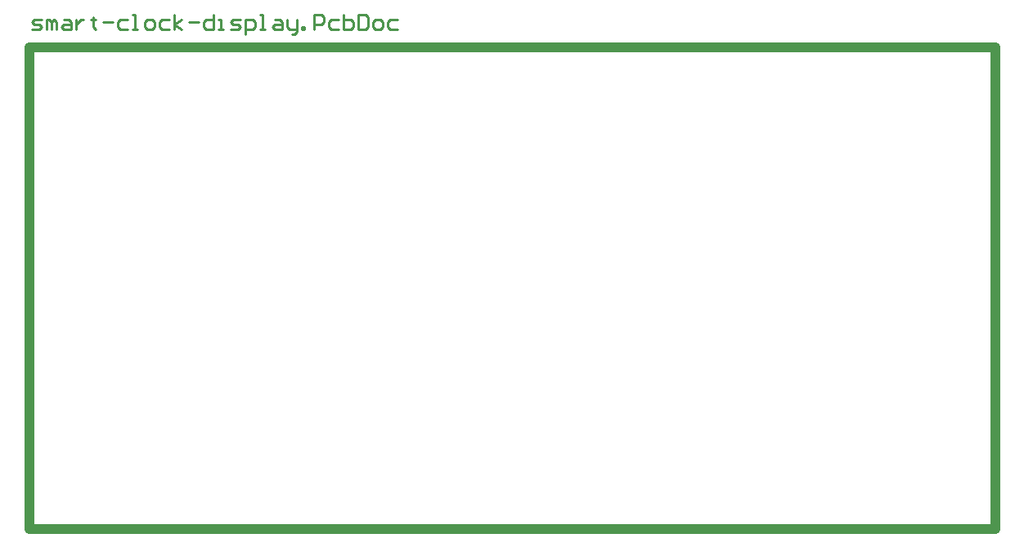
<source format=gm1>
G04*
G04 #@! TF.GenerationSoftware,Altium Limited,Altium Designer,20.0.13 (296)*
G04*
G04 Layer_Color=16711935*
%FSLAX25Y25*%
%MOIN*%
G70*
G01*
G75*
%ADD10C,0.01000*%
%ADD30C,0.03937*%
D10*
X1000Y204180D02*
X3999D01*
X4999Y205180D01*
X3999Y206180D01*
X2000D01*
X1000Y207179D01*
X2000Y208179D01*
X4999D01*
X6998Y204180D02*
Y208179D01*
X7998D01*
X8997Y207179D01*
Y204180D01*
Y207179D01*
X9997Y208179D01*
X10997Y207179D01*
Y204180D01*
X13996Y208179D02*
X15995D01*
X16995Y207179D01*
Y204180D01*
X13996D01*
X12996Y205180D01*
X13996Y206180D01*
X16995D01*
X18994Y208179D02*
Y204180D01*
Y206180D01*
X19994Y207179D01*
X20993Y208179D01*
X21993D01*
X25992Y209179D02*
Y208179D01*
X24992D01*
X26992D01*
X25992D01*
Y205180D01*
X26992Y204180D01*
X29991Y207179D02*
X33989D01*
X39987Y208179D02*
X36988D01*
X35989Y207179D01*
Y205180D01*
X36988Y204180D01*
X39987D01*
X41987D02*
X43986D01*
X42986D01*
Y210178D01*
X41987D01*
X47985Y204180D02*
X49984D01*
X50984Y205180D01*
Y207179D01*
X49984Y208179D01*
X47985D01*
X46985Y207179D01*
Y205180D01*
X47985Y204180D01*
X56982Y208179D02*
X53983D01*
X52983Y207179D01*
Y205180D01*
X53983Y204180D01*
X56982D01*
X58981D02*
Y210178D01*
Y206180D02*
X61980Y208179D01*
X58981Y206180D02*
X61980Y204180D01*
X64979Y207179D02*
X68978D01*
X74976Y210178D02*
Y204180D01*
X71977D01*
X70977Y205180D01*
Y207179D01*
X71977Y208179D01*
X74976D01*
X76975Y204180D02*
X78975D01*
X77975D01*
Y208179D01*
X76975D01*
X81974Y204180D02*
X84973D01*
X85972Y205180D01*
X84973Y206180D01*
X82973D01*
X81974Y207179D01*
X82973Y208179D01*
X85972D01*
X87972Y202181D02*
Y208179D01*
X90971D01*
X91971Y207179D01*
Y205180D01*
X90971Y204180D01*
X87972D01*
X93970D02*
X95969D01*
X94970D01*
Y210178D01*
X93970D01*
X99968Y208179D02*
X101967D01*
X102967Y207179D01*
Y204180D01*
X99968D01*
X98968Y205180D01*
X99968Y206180D01*
X102967D01*
X104966Y208179D02*
Y205180D01*
X105966Y204180D01*
X108965D01*
Y203181D01*
X107965Y202181D01*
X106966D01*
X108965Y204180D02*
Y208179D01*
X110964Y204180D02*
Y205180D01*
X111964D01*
Y204180D01*
X110964D01*
X115963D02*
Y210178D01*
X118962D01*
X119962Y209179D01*
Y207179D01*
X118962Y206180D01*
X115963D01*
X125960Y208179D02*
X122960D01*
X121961Y207179D01*
Y205180D01*
X122960Y204180D01*
X125960D01*
X127959Y210178D02*
Y204180D01*
X130958D01*
X131958Y205180D01*
Y206180D01*
Y207179D01*
X130958Y208179D01*
X127959D01*
X133957Y210178D02*
Y204180D01*
X136956D01*
X137956Y205180D01*
Y209179D01*
X136956Y210178D01*
X133957D01*
X140955Y204180D02*
X142954D01*
X143954Y205180D01*
Y207179D01*
X142954Y208179D01*
X140955D01*
X139955Y207179D01*
Y205180D01*
X140955Y204180D01*
X149952Y208179D02*
X146953D01*
X145953Y207179D01*
Y205180D01*
X146953Y204180D01*
X149952D01*
D30*
X0Y0D02*
Y196850D01*
Y0D02*
X393701D01*
X0Y196850D02*
X393701D01*
Y0D02*
Y196850D01*
M02*

</source>
